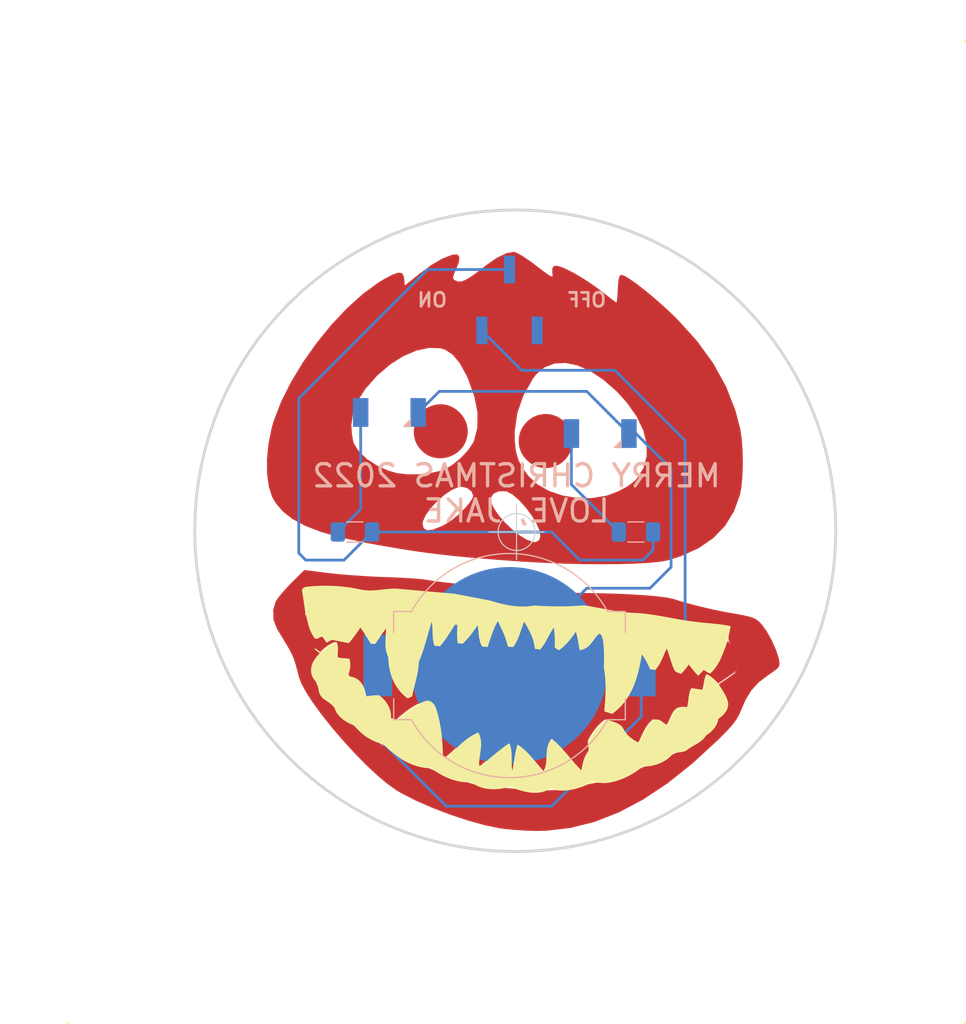
<source format=kicad_pcb>
(kicad_pcb (version 20211014) (generator pcbnew)
  (layers (0 "F.Cu" signal) (31 "B.Cu" signal) (34 "B.Paste" user) (35 "F.Paste" user) (36 "B.SilkS" user "B.Silkscreen") (37 "F.SilkS" user "F.Silkscreen") (38 "B.Mask" user) (39 "F.Mask" user) (44 "Edge.Cuts" user))
  (net 0 "")
  (net 1 "+3V3")
  (net 2 "Net-(D1-Pad2)")
  (net 3 "GND")
  (net 4 "Net-(D2-Pad2)")
  (net 6 "Net-(SW1-Pad3)")
  (footprint "chrimbus2022:exposed_fr4_3" (layer "F.Cu") (at 99.06 68.58)
    (fp_text reference "REF**" hide)
    (fp_text value "exposed_fr4_3")
  )
  (footprint "chrimbus2022:silk" (layer "F.Cu") (at 99.06 68.58)
    (fp_text reference "REF**" hide)
    (fp_text value "silk")
  )
  (footprint "chrimbus2022:exposed_copper" (layer "F.Cu") (at 99.06 68.58)
    (fp_text reference "REF**" hide)
    (fp_text value "exposed_copper")
  )
  (footprint "chrimbus2022:copper_2" (layer "F.Cu") (at 99.06 68.58)
    (fp_text reference "REF**" hide)
    (fp_text value "copper_2")
  )
  (footprint "Battery:BatteryHolder_MPD_BC2003_1x2032" (layer "B.Cu") (at 139.065 125.095)
    (fp_text reference "BT1" hide)
    (fp_text value "Battery_Cell")
  )
  (footprint "Resistor_SMD:R_1206_3216Metric_Pad1.30x1.75mm_HandSolder" (layer "B.Cu") (at 125.095 113.03 180)
    (fp_text reference "R1" hide)
    (fp_text value "R")
  )
  (footprint "toolbox-led:Kingbright_AA3528" (layer "B.Cu") (at 147.26 104.14 180)
    (fp_text reference "D2" hide)
    (fp_text value "LED")
  )
  (footprint "MountingHole:MountingHole_3.2mm_M3" (layer "B.Cu") (at 162.56 116.84 180)
    (fp_text reference "H1" hide)
    (fp_text value "MountingHole_3.2M3")
  )
  (footprint "toolbox-switch:C&K_JS102011SCQN" (layer "B.Cu") (at 139.065 92.075 180)
    (fp_text reference "SW1" hide)
    (fp_text value "SW_SPDT")
  )
  (footprint "toolbox-led:Kingbright_AA3528" (layer "B.Cu") (at 128.21 102.235 180)
    (fp_text reference "D1" hide)
    (fp_text value "LED")
  )
  (footprint "Resistor_SMD:R_1206_3216Metric_Pad1.30x1.75mm_HandSolder" (layer "B.Cu") (at 150.495 113.03 180)
    (fp_text reference "R2" hide)
    (fp_text value "R")
  )
  (gr_line (start 164.36481 127.939277) (end 163.611148 129.114875) (layer "Edge.Cuts") (width 0.254))
  (gr_line (start 136.622291 141.739984) (end 135.172221 141.555723) (layer "Edge.Cuts") (width 0.254))
  (gr_line (start 110.759597 115.877301) (end 110.647705 114.405836) (layer "Edge.Cuts") (width 0.254))
  (gr_line (start 167.970923 118.754227) (end 167.647385 120.156048) (layer "Edge.Cuts") (width 0.254))
  (gr_line (start 156.920875 89.696279) (end 158.015453 90.556448) (layer "Edge.Cuts") (width 0.254))
  (gr_line (start 149.5473 140.131396) (end 148.201012 140.586929) (layer "Edge.Cuts") (width 0.254))
  (gr_line (start 114.107104 126.7259) (end 113.467232 125.476565) (layer "Edge.Cuts") (width 0.254))
  (gr_line (start 166.282605 124.193091) (end 165.702359 125.476565) (layer "Edge.Cuts") (width 0.254))
  (gr_line (start 116.366268 95.578725) (end 117.226437 94.484147) (layer "Edge.Cuts") (width 0.254))
  (gr_line (start 119.096524 92.426534) (end 120.1028 91.46714) (layer "Edge.Cuts") (width 0.254))
  (gr_line (start 113.467232 100.353033) (end 114.107104 99.103697) (layer "Edge.Cuts") (width 0.254))
  (gr_line (start 129.622291 85.698197) (end 130.968579 85.242664) (layer "Edge.Cuts") (width 0.254))
  (gr_line (start 148.201012 85.242664) (end 149.5473 85.698197) (layer "Edge.Cuts") (width 0.254))
  (gr_line (start 163.611148 129.114875) (end 162.803322 130.250872) (layer "Edge.Cuts") (width 0.254))
  (gr_line (start 139.584795 141.889578) (end 138.093757 141.851876) (layer "Edge.Cuts") (width 0.254))
  (gr_line (start 136.622291 84.089608) (end 138.093757 83.977717) (layer "Edge.Cuts") (width 0.254))
  (gr_line (start 120.1028 91.46714) (end 121.154137 90.556448) (layer "Edge.Cuts") (width 0.254))
  (gr_line (start 165.702359 100.353033) (end 166.282605 101.636506) (layer "Edge.Cuts") (width 0.254))
  (gr_line (start 112.368186 102.952297) (end 112.886986 101.636506) (layer "Edge.Cuts") (width 0.254))
  (gr_line (start 150.863092 86.216997) (end 152.146566 86.797244) (layer "Edge.Cuts") (width 0.254))
  (gr_line (start 110.610003 112.914797) (end 110.610003 112.914797) (layer "Edge.Cuts") (width 0.254))
  (gr_line (start 139.584795 83.940015) (end 141.075834 83.977717) (layer "Edge.Cuts") (width 0.254))
  (gr_line (start 139.584795 83.940015) (end 139.584795 83.940015) (layer "Edge.Cuts") (width 0.254))
  (gr_line (start 115.558443 129.114875) (end 114.804781 127.939277) (layer "Edge.Cuts") (width 0.254))
  (gr_line (start 111.522206 105.673549) (end 111.912652 104.298585) (layer "Edge.Cuts") (width 0.254))
  (gr_line (start 110.647705 114.405836) (end 110.610003 112.914797) (layer "Edge.Cuts") (width 0.254))
  (gr_line (start 166.282605 101.636506) (end 166.801405 102.952297) (layer "Edge.Cuts") (width 0.254))
  (gr_line (start 115.558443 96.714723) (end 116.366268 95.578725) (layer "Edge.Cuts") (width 0.254))
  (gr_line (start 128.306499 86.216997) (end 129.622291 85.698197) (layer "Edge.Cuts") (width 0.254))
  (gr_line (start 120.1028 134.362457) (end 119.096524 133.403063) (layer "Edge.Cuts") (width 0.254))
  (gr_line (start 138.093757 83.977717) (end 139.584795 83.940015) (layer "Edge.Cuts") (width 0.254))
  (gr_line (start 150.863092 139.612597) (end 149.5473 140.131396) (layer "Edge.Cuts") (width 0.254))
  (gr_line (start 168.559588 112.914797) (end 168.559588 112.914797) (layer "Edge.Cuts") (width 0.254))
  (gr_line (start 165.702359 125.476565) (end 165.062487 126.7259) (layer "Edge.Cuts") (width 0.254))
  (gr_line (start 161.032461 93.43281) (end 161.943153 94.484147) (layer "Edge.Cuts") (width 0.254))
  (gr_line (start 111.522206 120.156048) (end 111.198668 118.754227) (layer "Edge.Cuts") (width 0.254))
  (gr_line (start 117.226437 94.484147) (end 118.137129 93.43281) (layer "Edge.Cuts") (width 0.254))
  (gr_line (start 111.912652 121.531012) (end 111.522206 120.156048) (layer "Edge.Cuts") (width 0.254))
  (gr_line (start 167.970923 107.075369) (end 168.225733 108.502224) (layer "Edge.Cuts") (width 0.254))
  (gr_line (start 168.225733 108.502224) (end 168.409994 109.952294) (layer "Edge.Cuts") (width 0.254))
  (gr_line (start 119.096524 133.403063) (end 118.137129 132.396787) (layer "Edge.Cuts") (width 0.254))
  (gr_line (start 161.943153 131.34545) (end 161.032461 132.396787) (layer "Edge.Cuts") (width 0.254))
  (gr_line (start 145.424226 84.52868) (end 146.826047 84.852218) (layer "Edge.Cuts") (width 0.254))
  (gr_line (start 165.062487 99.103697) (end 165.702359 100.353033) (layer "Edge.Cuts") (width 0.254))
  (gr_line (start 152.146566 139.032351) (end 150.863092 139.612597) (layer "Edge.Cuts") (width 0.254))
  (gr_line (start 141.075834 83.977717) (end 142.547299 84.089608) (layer "Edge.Cuts") (width 0.254))
  (gr_line (start 110.647705 111.423759) (end 110.759597 109.952294) (layer "Edge.Cuts") (width 0.254))
  (gr_line (start 167.647385 120.156048) (end 167.256938 121.531012) (layer "Edge.Cuts") (width 0.254))
  (gr_line (start 166.801405 122.8773) (end 166.282605 124.193091) (layer "Edge.Cuts") (width 0.254))
  (gr_line (start 145.424226 141.300913) (end 143.99737 141.555723) (layer "Edge.Cuts") (width 0.254))
  (gr_line (start 146.826047 140.977375) (end 145.424226 141.300913) (layer "Edge.Cuts") (width 0.254))
  (gr_line (start 148.201012 140.586929) (end 146.826047 140.977375) (layer "Edge.Cuts") (width 0.254))
  (gr_line (start 135.172221 84.27387) (end 136.622291 84.089608) (layer "Edge.Cuts") (width 0.254))
  (gr_line (start 129.622291 140.131396) (end 128.306499 139.612597) (layer "Edge.Cuts") (width 0.254))
  (gr_line (start 168.521886 111.423759) (end 168.559588 112.914797) (layer "Edge.Cuts") (width 0.254))
  (gr_line (start 155.784877 88.888454) (end 156.920875 89.696279) (layer "Edge.Cuts") (width 0.254))
  (gr_line (start 167.256938 121.531012) (end 166.801405 122.8773) (layer "Edge.Cuts") (width 0.254))
  (gr_line (start 161.943153 94.484147) (end 162.803322 95.578725) (layer "Edge.Cuts") (width 0.254))
  (gr_line (start 122.248716 89.696279) (end 123.384714 88.888454) (layer "Edge.Cuts") (width 0.254))
  (gr_line (start 154.609279 137.694803) (end 153.395901 138.392479) (layer "Edge.Cuts") (width 0.254))
  (gr_line (start 112.886986 101.636506) (end 113.467232 100.353033) (layer "Edge.Cuts") (width 0.254))
  (gr_line (start 135.172221 141.555723) (end 133.745364 141.300913) (layer "Edge.Cuts") (width 0.254))
  (gr_line (start 110.610003 112.914797) (end 110.647705 111.423759) (layer "Edge.Cuts") (width 0.254))
  (gr_line (start 167.647385 105.673549) (end 167.970923 107.075369) (layer "Edge.Cuts") (width 0.254))
  (gr_line (start 130.968579 140.586929) (end 129.622291 140.131396) (layer "Edge.Cuts") (width 0.254))
  (gr_line (start 122.248716 136.133316) (end 121.154137 135.273148) (layer "Edge.Cuts") (width 0.254))
  (gr_line (start 152.146566 86.797244) (end 153.395901 87.437116) (layer "Edge.Cuts") (width 0.254))
  (gr_line (start 164.36481 97.890321) (end 165.062487 99.103697) (layer "Edge.Cuts") (width 0.254))
  (gr_line (start 114.107104 99.103697) (end 114.804781 97.890321) (layer "Edge.Cuts") (width 0.254))
  (gr_line (start 155.784877 136.941142) (end 154.609279 137.694803) (layer "Edge.Cuts") (width 0.254))
  (gr_line (start 127.023025 139.032351) (end 125.773689 138.392479) (layer "Edge.Cuts") (width 0.254))
  (gr_line (start 161.032461 132.396787) (end 160.073067 133.403063) (layer "Edge.Cuts") (width 0.254))
  (gr_line (start 111.198668 107.075369) (end 111.522206 105.673549) (layer "Edge.Cuts") (width 0.254))
  (gr_line (start 110.943858 108.502224) (end 111.198668 107.075369) (layer "Edge.Cuts") (width 0.254))
  (gr_line (start 125.773689 138.392479) (end 124.560312 137.694803) (layer "Edge.Cuts") (width 0.254))
  (gr_line (start 168.559588 112.914797) (end 168.559588 112.914797) (layer "Edge.Cuts") (width 0.254))
  (gr_line (start 168.559588 112.914797) (end 168.521886 114.405836) (layer "Edge.Cuts") (width 0.254))
  (gr_line (start 117.226437 131.34545) (end 116.366268 130.250872) (layer "Edge.Cuts") (width 0.254))
  (gr_line (start 153.395901 138.392479) (end 152.146566 139.032351) (layer "Edge.Cuts") (width 0.254))
  (gr_line (start 116.366268 130.250872) (end 115.558443 129.114875) (layer "Edge.Cuts") (width 0.254))
  (gr_line (start 162.803322 95.578725) (end 163.611148 96.714723) (layer "Edge.Cuts") (width 0.254))
  (gr_line (start 146.826047 84.852218) (end 148.201012 85.242664) (layer "Edge.Cuts") (width 0.254))
  (gr_line (start 110.943858 117.327371) (end 110.759597 115.877301) (layer "Edge.Cuts") (width 0.254))
  (gr_line (start 166.801405 102.952297) (end 167.256938 104.298585) (layer "Edge.Cuts") (width 0.254))
  (gr_line (start 133.745364 84.52868) (end 135.172221 84.27387) (layer "Edge.Cuts") (width 0.254))
  (gr_line (start 121.154137 135.273148) (end 120.1028 134.362457) (layer "Edge.Cuts") (width 0.254))
  (gr_line (start 123.384714 88.888454) (end 124.560312 88.134792) (layer "Edge.Cuts") (width 0.254))
  (gr_line (start 139.584795 141.889578) (end 139.584795 141.889578) (layer "Edge.Cuts") (width 0.254))
  (gr_line (start 168.225733 117.327371) (end 167.970923 118.754227) (layer "Edge.Cuts") (width 0.254))
  (gr_line (start 138.093757 141.851876) (end 136.622291 141.739984) (layer "Edge.Cuts") (width 0.254))
  (gr_line (start 111.198668 118.754227) (end 110.943858 117.327371) (layer "Edge.Cuts") (width 0.254))
  (gr_line (start 168.521886 114.405836) (end 168.409994 115.877301) (layer "Edge.Cuts") (width 0.254))
  (gr_line (start 125.773689 87.437116) (end 127.023025 86.797244) (layer "Edge.Cuts") (width 0.254))
  (gr_line (start 130.968579 85.242664) (end 132.343544 84.852218) (layer "Edge.Cuts") (width 0.254))
  (gr_line (start 114.804781 127.939277) (end 114.107104 126.7259) (layer "Edge.Cuts") (width 0.254))
  (gr_line (start 123.384714 136.941142) (end 122.248716 136.133316) (layer "Edge.Cuts") (width 0.254))
  (gr_line (start 121.154137 90.556448) (end 122.248716 89.696279) (layer "Edge.Cuts") (width 0.254))
  (gr_line (start 154.609279 88.134792) (end 155.784877 88.888454) (layer "Edge.Cuts") (width 0.254))
  (gr_line (start 141.075834 141.851876) (end 139.584795 141.889578) (layer "Edge.Cuts") (width 0.254))
  (gr_line (start 112.886986 124.193091) (end 112.368186 122.8773) (layer "Edge.Cuts") (width 0.254))
  (gr_line (start 156.920875 136.133316) (end 155.784877 136.941142) (layer "Edge.Cuts") (width 0.254))
  (gr_line (start 160.073067 133.403063) (end 159.066791 134.362457) (layer "Edge.Cuts") (width 0.254))
  (gr_line (start 128.306499 139.612597) (end 127.023025 139.032351) (layer "Edge.Cuts") (width 0.254))
  (gr_line (start 124.560312 88.134792) (end 125.773689 87.437116) (layer "Edge.Cuts") (width 0.254))
  (gr_line (start 167.256938 104.298585) (end 167.647385 105.673549) (layer "Edge.Cuts") (width 0.254))
  (gr_line (start 143.99737 84.27387) (end 145.424226 84.52868) (layer "Edge.Cuts") (width 0.254))
  (gr_line (start 142.547299 141.739984) (end 141.075834 141.851876) (layer "Edge.Cuts") (width 0.254))
  (gr_line (start 168.409994 109.952294) (end 168.521886 111.423759) (layer "Edge.Cuts") (width 0.254))
  (gr_line (start 143.99737 141.555723) (end 142.547299 141.739984) (layer "Edge.Cuts") (width 0.254))
  (gr_line (start 133.745364 141.300913) (end 132.343544 140.977375) (layer "Edge.Cuts") (width 0.254))
  (gr_line (start 160.073067 92.426534) (end 161.032461 93.43281) (layer "Edge.Cuts") (width 0.254))
  (gr_line (start 165.062487 126.7259) (end 164.36481 127.939277) (layer "Edge.Cuts") (width 0.254))
  (gr_line (start 159.066791 91.46714) (end 160.073067 92.426534) (layer "Edge.Cuts") (width 0.254))
  (gr_line (start 162.803322 130.250872) (end 161.943153 131.34545) (layer "Edge.Cuts") (width 0.254))
  (gr_line (start 153.395901 87.437116) (end 154.609279 88.134792) (layer "Edge.Cuts") (width 0.254))
  (gr_line (start 142.547299 84.089608) (end 143.99737 84.27387) (layer "Edge.Cuts") (width 0.254))
  (gr_line (start 163.611148 96.714723) (end 164.36481 97.890321) (layer "Edge.Cuts") (width 0.254))
  (gr_line (start 127.023025 86.797244) (end 128.306499 86.216997) (layer "Edge.Cuts") (width 0.254))
  (gr_line (start 149.5473 85.698197) (end 150.863092 86.216997) (layer "Edge.Cuts") (width 0.254))
  (gr_line (start 110.759597 109.952294) (end 110.943858 108.502224) (layer "Edge.Cuts") (width 0.254))
  (gr_line (start 132.343544 140.977375) (end 130.968579 140.586929) (layer "Edge.Cuts") (width 0.254))
  (gr_line (start 158.015453 90.556448) (end 159.066791 91.46714) (layer "Edge.Cuts") (width 0.254))
  (gr_line (start 168.409994 115.877301) (end 168.225733 117.327371) (layer "Edge.Cuts") (width 0.254))
  (gr_line (start 111.912652 104.298585) (end 112.368186 102.952297) (layer "Edge.Cuts") (width 0.254))
  (gr_line (start 118.137129 132.396787) (end 117.226437 131.34545) (layer "Edge.Cuts") (width 0.254))
  (gr_line (start 114.804781 97.890321) (end 115.558443 96.714723) (layer "Edge.Cuts") (width 0.254))
  (gr_line (start 158.015453 135.273148) (end 156.920875 136.133316) (layer "Edge.Cuts") (width 0.254))
  (gr_line (start 113.467232 125.476565) (end 112.886986 124.193091) (layer "Edge.Cuts") (width 0.254))
  (gr_line (start 132.343544 84.852218) (end 133.745364 84.52868) (layer "Edge.Cuts") (width 0.254))
  (gr_line (start 124.560312 137.694803) (end 123.384714 136.941142) (layer "Edge.Cuts") (width 0.254))
  (gr_line (start 159.066791 134.362457) (end 158.015453 135.273148) (layer "Edge.Cuts") (width 0.254))
  (gr_line (start 112.368186 122.8773) (end 111.912652 121.531012) (layer "Edge.Cuts") (width 0.254))
  (gr_line (start 118.137129 93.43281) (end 119.096524 92.426534) (layer "Edge.Cuts") (width 0.254))
  (gr_text "ON" (at 132.08 92.075) (layer "B.SilkS") (effects (font (size 1.25 1.25) (thickness 0.25)) (justify mirror)))
  (gr_text "OFF" (at 146.05 92.075) (layer "B.SilkS") (effects (font (size 1.25 1.25) (thickness 0.25)) (justify mirror)))
  (gr_text "MERRY CHRISTMAS 2022" (at 139.7 107.95) (layer "B.SilkS") (effects (font (size 2 2) (thickness 0.3)) (justify mirror)))
  (gr_text "LOVE, JAKE" (at 139.7 111.125) (layer "B.SilkS") (effects (font (size 2 2) (thickness 0.3)) (justify mirror)))
  (target plus (at 139.7 113.03) (size 5) (width 0.1) (layer "Edge.Cuts"))
  (segment (start 126.645 113.03) (end 124.105 115.57) (width 0.25) (layer "B.Cu") (net 1))
  (segment (start 152.045 114.655) (end 152.045 113.03) (width 0.25) (layer "B.Cu") (net 1))
  (segment (start 142.875 113.03) (end 145.415 115.57) (width 0.25) (layer "B.Cu") (net 1))
  (segment (start 145.415 115.57) (end 151.13 115.57) (width 0.25) (layer "B.Cu") (net 1))
  (segment (start 120.015 114.935) (end 120.015 100.965) (width 0.25) (layer "B.Cu") (net 1))
  (segment (start 126.645 113.03) (end 142.875 113.03) (width 0.25) (layer "B.Cu") (net 1))
  (segment (start 131.655 89.325) (end 139.065 89.325) (width 0.25) (layer "B.Cu") (net 1))
  (segment (start 151.13 115.57) (end 152.045 114.655) (width 0.25) (layer "B.Cu") (net 1))
  (segment (start 124.105 115.57) (end 120.65 115.57) (width 0.25) (layer "B.Cu") (net 1))
  (segment (start 120.015 100.965) (end 131.655 89.325) (width 0.25) (layer "B.Cu") (net 1))
  (segment (start 120.65 115.57) (end 120.015 114.935) (width 0.25) (layer "B.Cu") (net 1))
  (segment (start 125.61 110.965) (end 125.61 102.235) (width 0.25) (layer "B.Cu") (net 2))
  (segment (start 123.545 113.03) (end 125.61 110.965) (width 0.25) (layer "B.Cu") (net 2))
  (segment (start 150.495 104.14) (end 149.86 104.14) (width 0.25) (layer "B.Cu") (net 3))
  (segment (start 132.715 100.33) (end 130.81 102.235) (width 0.25) (layer "B.Cu") (net 3))
  (segment (start 139.065 125.095) (end 146.05 118.11) (width 0.25) (layer "B.Cu") (net 3))
  (segment (start 153.67 107.315) (end 150.495 104.14) (width 0.25) (layer "B.Cu") (net 3))
  (segment (start 153.67 116.205) (end 153.67 107.315) (width 0.25) (layer "B.Cu") (net 3))
  (segment (start 146.05 118.11) (end 151.765 118.11) (width 0.25) (layer "B.Cu") (net 3))
  (segment (start 149.86 104.14) (end 146.05 100.33) (width 0.25) (layer "B.Cu") (net 3))
  (segment (start 151.765 118.11) (end 153.67 116.205) (width 0.25) (layer "B.Cu") (net 3))
  (segment (start 146.05 100.33) (end 132.715 100.33) (width 0.25) (layer "B.Cu") (net 3))
  (segment (start 144.66 104.14) (end 144.66 108.745) (width 0.25) (layer "B.Cu") (net 4))
  (segment (start 144.66 108.745) (end 148.945 113.03) (width 0.25) (layer "B.Cu") (net 4))
  (segment (start 154.94 104.775) (end 154.94 121.125) (width 0.25) (layer "B.Cu") (net 6))
  (segment (start 154.94 121.125) (end 150.97 125.095) (width 0.25) (layer "B.Cu") (net 6))
  (segment (start 148.59 98.425) (end 154.94 104.775) (width 0.25) (layer "B.Cu") (net 6))
  (segment (start 142.875 137.795) (end 150.97 129.7) (width 0.25) (layer "B.Cu") (net 6))
  (segment (start 127.16 125.095) (end 127.16 131.605) (width 0.25) (layer "B.Cu") (net 6))
  (segment (start 140.165 98.425) (end 148.59 98.425) (width 0.25) (layer "B.Cu") (net 6))
  (segment (start 150.97 129.7) (end 150.97 125.095) (width 0.25) (layer "B.Cu") (net 6))
  (segment (start 136.565 94.825) (end 140.165 98.425) (width 0.25) (layer "B.Cu") (net 6))
  (segment (start 127.16 131.605) (end 133.35 137.795) (width 0.25) (layer "B.Cu") (net 6))
  (segment (start 133.35 137.795) (end 142.875 137.795) (width 0.25) (layer "B.Cu") (net 6))
)
</source>
